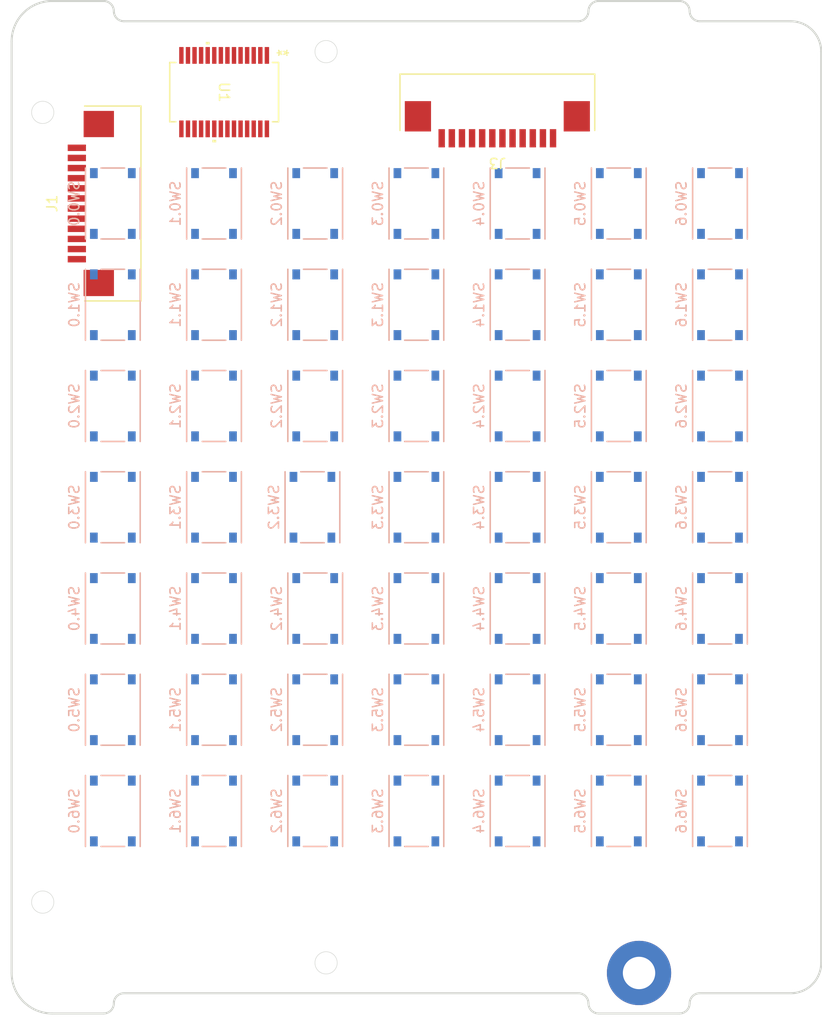
<source format=kicad_pcb>
(kicad_pcb (version 20241229) (generator "pcbnew") (generator_version "9.0")
  (layers (0 "F.Cu" signal) (2 "B.Cu" signal) (13 "F.Paste" user) (15 "B.Paste" user) (5 "F.SilkS" user "F.Silkscreen") (7 "B.SilkS" user "B.Silkscreen") (1 "F.Mask" user) (3 "B.Mask" user) (25 "Edge.Cuts" user))
  (net 0 "")
  (net 1 "/R0")
  (net 2 "/C0")
  (net 4 "/R1")
  (net 6 "/R2")
  (net 13 "/R3")
  (net 14 "/R4")
  (net 15 "/R5")
  (net 16 "/R6")
  (net 17 "/R7")
  (net 18 "/C1")
  (net 26 "/C2")
  (net 34 "+3.3V_MCU")
  (net 36 "GND_MCU")
  (net 37 "/SCK")
  (net 38 "/CS")
  (net 39 "/MOSI")
  (net 40 "/C3")
  (net 41 "/MISO")
  (net 50 "/C4")
  (net 58 "/C5")
  (net 66 "/C6")
  (net 74 "/C7")
  (net 124 "/INT")
  (net 126 "+5V_MCU")
  (net 129 "/CS_DISP")
  (net 130 "/CS0")
  (net 131 "/CS3")
  (net 132 "/CS2")
  (net 133 "/CS1")
  (footprint "MountingHole:MountingHole_3.2mm_M3" (layer "F.Cu") (at 172 54)
    (property "Reference" "H2" (hide yes))
    (property "Value" "MountingHole")
    (pad "" np_thru_hole circle (at 0 0) (size 3.2 3.2) (drill 3.2) (layers "*.Cu" "*.Mask"))
  )
  (footprint "kicad_inventree_lib:CONN10_AFA07-S12_JUS" (layer "F.Cu") (at 158 60 180)
    (property "Reference" "J3" (at 0 -6 180) (layer "F.SilkS"))
    (property "Value" "AFA07-S12FCC-00")
    (pad "1" smd rect (at -5.499992 -3.556 180) (size 0.635 1.8034) (layers "F.Cu" "F.Mask" "F.Paste") (net 36 "GND_MCU"))
    (pad "2" smd rect (at -4.499994 -3.556 180) (size 0.635 1.8034) (layers "F.Cu" "F.Mask" "F.Paste") (net 126 "+5V_MCU"))
    (pad "3" smd rect (at -3.499996 -3.556 180) (size 0.635 1.8034) (layers "F.Cu" "F.Mask" "F.Paste") (net 34 "+3.3V_MCU"))
    (pad "4" smd rect (at -2.499998 -3.556 180) (size 0.635 1.8034) (layers "F.Cu" "F.Mask" "F.Paste") (net 39 "/MOSI"))
    (pad "5" smd rect (at -1.5 -3.556 180) (size 0.635 1.8034) (layers "F.Cu" "F.Mask" "F.Paste") (net 41 "/MISO"))
    (pad "6" smd rect (at -0.5 -3.556 180) (size 0.635 1.8034) (layers "F.Cu" "F.Mask" "F.Paste") (net 37 "/SCK"))
    (pad "7" smd rect (at 0.5 -3.556 180) (size 0.635 1.8034) (layers "F.Cu" "F.Mask" "F.Paste") (net 129 "/CS_DISP"))
    (pad "8" smd rect (at 1.5 -3.556 180) (size 0.635 1.8034) (layers "F.Cu" "F.Mask" "F.Paste"))
    (pad "9" smd rect (at 2.499998 -3.556 180) (size 0.635 1.8034) (layers "F.Cu" "F.Mask" "F.Paste"))
    (pad "10" smd rect (at 3.499996 -3.556 180) (size 0.635 1.8034) (layers "F.Cu" "F.Mask" "F.Paste"))
    (pad "11" smd rect (at 4.499994 -3.556 180) (size 0.635 1.8034) (layers "F.Cu" "F.Mask" "F.Paste") (net 124 "/INT"))
    (pad "12" smd rect (at 5.499992 -3.556 180) (size 0.635 1.8034) (layers "F.Cu" "F.Mask" "F.Paste") (net 36 "GND_MCU"))
    (pad "13" smd rect (at -7.850003 -1.385999 180) (size 2.5908 2.9972) (layers "F.Cu" "F.Mask" "F.Paste") (net 36 "GND_MCU"))
    (pad "13" smd rect (at 7.850003 -1.385999 180) (size 2.5908 2.9972) (layers "F.Cu" "F.Mask" "F.Paste") (net 36 "GND_MCU"))
  )
  (footprint "kicad_inventree_lib:SSOP28_MC_MCH" (layer "F.Cu") (at 131 59 -90)
    (property "Reference" "U1" (at 0 0 270) (layer "F.SilkS"))
    (property "Value" "MCP23S17_SS")
    (fp_text user "*" (at -3.881801 -5.7998 270) (layer "F.SilkS"))
    (fp_text user "*" (at -3.881801 -5.7998 90) (layer "F.SilkS"))
    (pad "1" smd rect (at -3.627801 -4.225 270) (size 1.655601 0.4318) (layers "F.Cu" "F.Mask" "F.Paste") (net 2 "/C0"))
    (pad "2" smd rect (at -3.627801 -3.574999 270) (size 1.655601 0.4318) (layers "F.Cu" "F.Mask" "F.Paste") (net 18 "/C1"))
    (pad "3" smd rect (at -3.627801 -2.925 270) (size 1.655601 0.4318) (layers "F.Cu" "F.Mask" "F.Paste") (net 26 "/C2"))
    (pad "4" smd rect (at -3.627801 -2.274999 270) (size 1.655601 0.4318) (layers "F.Cu" "F.Mask" "F.Paste") (net 40 "/C3"))
    (pad "5" smd rect (at -3.627801 -1.625001 270) (size 1.655601 0.4318) (layers "F.Cu" "F.Mask" "F.Paste") (net 50 "/C4"))
    (pad "6" smd rect (at -3.627801 -0.974999 270) (size 1.655601 0.4318) (layers "F.Cu" "F.Mask" "F.Paste") (net 58 "/C5"))
    (pad "7" smd rect (at -3.627801 -0.325001 270) (size 1.655601 0.4318) (layers "F.Cu" "F.Mask" "F.Paste") (net 66 "/C6"))
    (pad "8" smd rect (at -3.627801 0.324998 270) (size 1.655601 0.4318) (layers "F.Cu" "F.Mask" "F.Paste") (net 74 "/C7"))
    (pad "9" smd rect (at -3.627801 0.974999 270) (size 1.655601 0.4318) (layers "F.Cu" "F.Mask" "F.Paste") (net 34 "+3.3V_MCU"))
    (pad "10" smd rect (at -3.627801 1.624998 270) (size 1.655601 0.4318) (layers "F.Cu" "F.Mask" "F.Paste") (net 36 "GND_MCU"))
    (pad "11" smd rect (at -3.627801 2.274999 270) (size 1.655601 0.4318) (layers "F.Cu" "F.Mask" "F.Paste") (net 38 "/CS"))
    (pad "12" smd rect (at -3.627801 2.924998 270) (size 1.655601 0.4318) (layers "F.Cu" "F.Mask" "F.Paste") (net 37 "/SCK"))
    (pad "13" smd rect (at -3.627801 3.574999 270) (size 1.655601 0.4318) (layers "F.Cu" "F.Mask" "F.Paste") (net 39 "/MOSI"))
    (pad "14" smd rect (at -3.627801 4.224998 270) (size 1.655601 0.4318) (layers "F.Cu" "F.Mask" "F.Paste") (net 41 "/MISO"))
    (pad "15" smd rect (at 3.627801 4.225 270) (size 1.655601 0.4318) (layers "F.Cu" "F.Mask" "F.Paste") (net 36 "GND_MCU"))
    (pad "16" smd rect (at 3.627801 3.574999 270) (size 1.655601 0.4318) (layers "F.Cu" "F.Mask" "F.Paste") (net 36 "GND_MCU"))
    (pad "17" smd rect (at 3.627801 2.925 270) (size 1.655601 0.4318) (layers "F.Cu" "F.Mask" "F.Paste") (net 36 "GND_MCU"))
    (pad "18" smd rect (at 3.627801 2.274999 270) (size 1.655601 0.4318) (layers "F.Cu" "F.Mask" "F.Paste") (net 34 "+3.3V_MCU"))
    (pad "19" smd rect (at 3.627801 1.625001 270) (size 1.655601 0.4318) (layers "F.Cu" "F.Mask" "F.Paste"))
    (pad "20" smd rect (at 3.627801 0.974999 270) (size 1.655601 0.4318) (layers "F.Cu" "F.Mask" "F.Paste"))
    (pad "21" smd rect (at 3.627801 0.325001 270) (size 1.655601 0.4318) (layers "F.Cu" "F.Mask" "F.Paste") (net 1 "/R0"))
    (pad "22" smd rect (at 3.627801 -0.325001 270) (size 1.655601 0.4318) (layers "F.Cu" "F.Mask" "F.Paste") (net 4 "/R1"))
    (pad "23" smd rect (at 3.627801 -0.974999 270) (size 1.655601 0.4318) (layers "F.Cu" "F.Mask" "F.Paste") (net 6 "/R2"))
    (pad "24" smd rect (at 3.627801 -1.625001 270) (size 1.655601 0.4318) (layers "F.Cu" "F.Mask" "F.Paste") (net 13 "/R3"))
    (pad "25" smd rect (at 3.627801 -2.274999 270) (size 1.655601 0.4318) (layers "F.Cu" "F.Mask" "F.Paste") (net 14 "/R4"))
    (pad "26" smd rect (at 3.627801 -2.925 270) (size 1.655601 0.4318) (layers "F.Cu" "F.Mask" "F.Paste") (net 15 "/R5"))
    (pad "27" smd rect (at 3.627801 -3.574999 270) (size 1.655601 0.4318) (layers "F.Cu" "F.Mask" "F.Paste") (net 16 "/R6"))
    (pad "28" smd rect (at 3.627801 -4.225 270) (size 1.655601 0.4318) (layers "F.Cu" "F.Mask" "F.Paste") (net 17 "/R7"))
  )
  (footprint "kicad_inventree_lib:PM-ESP32C3_v0.0.5" (layer "F.Cu") (at 110.073729 100)
    (property "Reference" "U2" (hide yes))
    (property "Value" "~" (hide yes))
    (fp_circle (center 3 -39) (end 4.1 -39) (stroke (width 0.05)) (fill no) (layer "Edge.Cuts"))
    (fp_circle (center 3 39) (end 4.1 39) (stroke (width 0.05)) (fill no) (layer "Edge.Cuts"))
    (fp_circle (center 31 -45) (end 32.1 -45) (stroke (width 0.05)) (fill no) (layer "Edge.Cuts"))
    (fp_circle (center 31 45) (end 32.1 45) (stroke (width 0.05)) (fill no) (layer "Edge.Cuts"))
  )
  (footprint "kicad_inventree_lib:CONN10_AFA07-S12_JUS" (layer "F.Cu") (at 120 70 90)
    (property "Reference" "J1" (at 0 -6 90) (layer "F.SilkS"))
    (property "Value" "AFA07-S12FCC-00")
    (pad "1" smd rect (at -5.499992 -3.556 90) (size 0.635 1.8034) (layers "F.Cu" "F.Mask" "F.Paste") (net 36 "GND_MCU"))
    (pad "2" smd rect (at -4.499994 -3.556 90) (size 0.635 1.8034) (layers "F.Cu" "F.Mask" "F.Paste") (net 36 "GND_MCU"))
    (pad "3" smd rect (at -3.499996 -3.556 90) (size 0.635 1.8034) (layers "F.Cu" "F.Mask" "F.Paste") (net 124 "/INT"))
    (pad "4" smd rect (at -2.499998 -3.556 90) (size 0.635 1.8034) (layers "F.Cu" "F.Mask" "F.Paste") (net 131 "/CS3"))
    (pad "5" smd rect (at -1.5 -3.556 90) (size 0.635 1.8034) (layers "F.Cu" "F.Mask" "F.Paste") (net 132 "/CS2"))
    (pad "6" smd rect (at -0.5 -3.556 90) (size 0.635 1.8034) (layers "F.Cu" "F.Mask" "F.Paste") (net 133 "/CS1"))
    (pad "7" smd rect (at 0.5 -3.556 90) (size 0.635 1.8034) (layers "F.Cu" "F.Mask" "F.Paste") (net 130 "/CS0"))
    (pad "8" smd rect (at 1.5 -3.556 90) (size 0.635 1.8034) (layers "F.Cu" "F.Mask" "F.Paste") (net 37 "/SCK"))
    (pad "9" smd rect (at 2.499998 -3.556 90) (size 0.635 1.8034) (layers "F.Cu" "F.Mask" "F.Paste") (net 41 "/MISO"))
    (pad "10" smd rect (at 3.499996 -3.556 90) (size 0.635 1.8034) (layers "F.Cu" "F.Mask" "F.Paste") (net 39 "/MOSI"))
    (pad "11" smd rect (at 4.499994 -3.556 90) (size 0.635 1.8034) (layers "F.Cu" "F.Mask" "F.Paste") (net 34 "+3.3V_MCU"))
    (pad "12" smd rect (at 5.499992 -3.556 90) (size 0.635 1.8034) (layers "F.Cu" "F.Mask" "F.Paste") (net 126 "+5V_MCU"))
    (pad "13" smd rect (at -7.850003 -1.385999 90) (size 2.5908 2.9972) (layers "F.Cu" "F.Mask" "F.Paste") (net 36 "GND_MCU"))
    (pad "13" smd rect (at 7.850003 -1.385999 90) (size 2.5908 2.9972) (layers "F.Cu" "F.Mask" "F.Paste") (net 36 "GND_MCU"))
  )
  (footprint "kicad_inventree_lib:PE" (layer "F.Cu") (at 172 146)
    (property "Reference" "PE1" (hide yes))
    (property "Value" "PE")
    (pad "1" thru_hole oval (at 0 0) (size 6.35 6.35) (drill 3.2) (layers "*.Cu" "*.Mask"))
  )
  (footprint "MountingHole:MountingHole_3.2mm_M3" (layer "F.Cu") (at 114 54)
    (property "Reference" "H1" (hide yes))
    (property "Value" "MountingHole")
    (pad "" np_thru_hole circle (at 0 0) (size 3.2 3.2) (drill 3.2) (layers "*.Cu" "*.Mask"))
  )
  (footprint "MountingHole:MountingHole_3.2mm_M3" (layer "F.Cu") (at 114 146)
    (property "Reference" "H3" (hide yes))
    (property "Value" "MountingHole")
    (pad "" np_thru_hole circle (at 0 0) (size 3.2 3.2) (drill 3.2) (layers "*.Cu" "*.Mask"))
  )
  (footprint "kicad_inventree_lib:TS-1187A-B-A-B_XKB" (layer "B.Cu") (at 150 110 -90)
    (property "Reference" "SW4.3" (at 0 3.81 90) (layer "B.SilkS") (effects (justify mirror)))
    (property "Value" "TS-1187A-B-A-B")
    (pad "1" smd rect (at -3.000002 1.875 270) (size 0.9906 0.762) (layers "B.Cu" "B.Mask" "B.Paste") (net 13 "/R3"))
    (pad "2" smd rect (at 3.000002 1.875 270) (size 0.9906 0.762) (layers "B.Cu" "B.Mask" "B.Paste"))
    (pad "3" smd rect (at -3.000002 -1.875 270) (size 0.9906 0.762) (layers "B.Cu" "B.Mask" "B.Paste"))
    (pad "4" smd rect (at 3.000002 -1.875 270) (size 0.9906 0.762) (layers "B.Cu" "B.Mask" "B.Paste") (net 50 "/C4"))
  )
  (footprint "kicad_inventree_lib:TS-1187A-B-A-B_XKB" (layer "B.Cu") (at 180 90 -90)
    (property "Reference" "SW2.6" (at 0 3.81 90) (layer "B.SilkS") (effects (justify mirror)))
    (property "Value" "TS-1187A-B-A-B")
    (pad "1" smd rect (at -3.000002 1.875 270) (size 0.9906 0.762) (layers "B.Cu" "B.Mask" "B.Paste") (net 16 "/R6"))
    (pad "2" smd rect (at 3.000002 1.875 270) (size 0.9906 0.762) (layers "B.Cu" "B.Mask" "B.Paste"))
    (pad "3" smd rect (at -3.000002 -1.875 270) (size 0.9906 0.762) (layers "B.Cu" "B.Mask" "B.Paste"))
    (pad "4" smd rect (at 3.000002 -1.875 270) (size 0.9906 0.762) (layers "B.Cu" "B.Mask" "B.Paste") (net 26 "/C2"))
  )
  (footprint "kicad_inventree_lib:TS-1187A-B-A-B_XKB" (layer "B.Cu") (at 140 90 -90)
    (property "Reference" "SW2.2" (at 0 3.81 90) (layer "B.SilkS") (effects (justify mirror)))
    (property "Value" "TS-1187A-B-A-B")
    (pad "1" smd rect (at -3.000002 1.875 270) (size 0.9906 0.762) (layers "B.Cu" "B.Mask" "B.Paste") (net 6 "/R2"))
    (pad "2" smd rect (at 3.000002 1.875 270) (size 0.9906 0.762) (layers "B.Cu" "B.Mask" "B.Paste"))
    (pad "3" smd rect (at -3.000002 -1.875 270) (size 0.9906 0.762) (layers "B.Cu" "B.Mask" "B.Paste"))
    (pad "4" smd rect (at 3.000002 -1.875 270) (size 0.9906 0.762) (layers "B.Cu" "B.Mask" "B.Paste") (net 26 "/C2"))
  )
  (footprint "kicad_inventree_lib:TS-1187A-B-A-B_XKB" (layer "B.Cu") (at 130 80 -90)
    (property "Reference" "SW1.1" (at 0 3.81 90) (layer "B.SilkS") (effects (justify mirror)))
    (property "Value" "TS-1187A-B-A-B")
    (pad "1" smd rect (at -3.000002 1.875 270) (size 0.9906 0.762) (layers "B.Cu" "B.Mask" "B.Paste") (net 4 "/R1"))
    (pad "2" smd rect (at 3.000002 1.875 270) (size 0.9906 0.762) (layers "B.Cu" "B.Mask" "B.Paste"))
    (pad "3" smd rect (at -3.000002 -1.875 270) (size 0.9906 0.762) (layers "B.Cu" "B.Mask" "B.Paste"))
    (pad "4" smd rect (at 3.000002 -1.875 270) (size 0.9906 0.762) (layers "B.Cu" "B.Mask" "B.Paste") (net 18 "/C1"))
  )
  (footprint "kicad_inventree_lib:TS-1187A-B-A-B_XKB" (layer "B.Cu") (at 180 100 -90)
    (property "Reference" "SW3.6" (at 0 3.81 90) (layer "B.SilkS") (effects (justify mirror)))
    (property "Value" "TS-1187A-B-A-B")
    (pad "1" smd rect (at -3.000002 1.875 270) (size 0.9906 0.762) (layers "B.Cu" "B.Mask" "B.Paste") (net 16 "/R6"))
    (pad "2" smd rect (at 3.000002 1.875 270) (size 0.9906 0.762) (layers "B.Cu" "B.Mask" "B.Paste"))
    (pad "3" smd rect (at -3.000002 -1.875 270) (size 0.9906 0.762) (layers "B.Cu" "B.Mask" "B.Paste"))
    (pad "4" smd rect (at 3.000002 -1.875 270) (size 0.9906 0.762) (layers "B.Cu" "B.Mask" "B.Paste") (net 40 "/C3"))
  )
  (footprint "kicad_inventree_lib:TS-1187A-B-A-B_XKB" (layer "B.Cu") (at 160 80 -90)
    (property "Reference" "SW1.4" (at 0 3.81 90) (layer "B.SilkS") (effects (justify mirror)))
    (property "Value" "TS-1187A-B-A-B")
    (pad "1" smd rect (at -3.000002 1.875 270) (size 0.9906 0.762) (layers "B.Cu" "B.Mask" "B.Paste") (net 14 "/R4"))
    (pad "2" smd rect (at 3.000002 1.875 270) (size 0.9906 0.762) (layers "B.Cu" "B.Mask" "B.Paste"))
    (pad "3" smd rect (at -3.000002 -1.875 270) (size 0.9906 0.762) (layers "B.Cu" "B.Mask" "B.Paste"))
    (pad "4" smd rect (at 3.000002 -1.875 270) (size 0.9906 0.762) (layers "B.Cu" "B.Mask" "B.Paste") (net 18 "/C1"))
  )
  (footprint "kicad_inventree_lib:TS-1187A-B-A-B_XKB" (layer "B.Cu") (at 160 100 -90)
    (property "Reference" "SW3.4" (at 0 3.81 90) (layer "B.SilkS") (effects (justify mirror)))
    (property "Value" "TS-1187A-B-A-B")
    (pad "1" smd rect (at -3.000002 1.875 270) (size 0.9906 0.762) (layers "B.Cu" "B.Mask" "B.Paste") (net 14 "/R4"))
    (pad "2" smd rect (at 3.000002 1.875 270) (size 0.9906 0.762) (layers "B.Cu" "B.Mask" "B.Paste"))
    (pad "3" smd rect (at -3.000002 -1.875 270) (size 0.9906 0.762) (layers "B.Cu" "B.Mask" "B.Paste"))
    (pad "4" smd rect (at 3.000002 -1.875 270) (size 0.9906 0.762) (layers "B.Cu" "B.Mask" "B.Paste") (net 40 "/C3"))
  )
  (footprint "kicad_inventree_lib:TS-1187A-B-A-B_XKB" (layer "B.Cu") (at 170 80 -90)
    (property "Reference" "SW1.5" (at 0 3.81 90) (layer "B.SilkS") (effects (justify mirror)))
    (property "Value" "TS-1187A-B-A-B")
    (pad "1" smd rect (at -3.000002 1.875 270) (size 0.9906 0.762) (layers "B.Cu" "B.Mask" "B.Paste") (net 15 "/R5"))
    (pad "2" smd rect (at 3.000002 1.875 270) (size 0.9906 0.762) (layers "B.Cu" "B.Mask" "B.Paste"))
    (pad "3" smd rect (at -3.000002 -1.875 270) (size 0.9906 0.762) (layers "B.Cu" "B.Mask" "B.Paste"))
    (pad "4" smd rect (at 3.000002 -1.875 270) (size 0.9906 0.762) (layers "B.Cu" "B.Mask" "B.Paste") (net 18 "/C1"))
  )
  (footprint "kicad_inventree_lib:TS-1187A-B-A-B_XKB" (layer "B.Cu") (at 170 130 -90)
    (property "Reference" "SW6.5" (at 0 3.81 90) (layer "B.SilkS") (effects (justify mirror)))
    (property "Value" "TS-1187A-B-A-B")
    (pad "1" smd rect (at -3.000002 1.875 270) (size 0.9906 0.762) (layers "B.Cu" "B.Mask" "B.Paste") (net 15 "/R5"))
    (pad "2" smd rect (at 3.000002 1.875 270) (size 0.9906 0.762) (layers "B.Cu" "B.Mask" "B.Paste"))
    (pad "3" smd rect (at -3.000002 -1.875 270) (size 0.9906 0.762) (layers "B.Cu" "B.Mask" "B.Paste"))
    (pad "4" smd rect (at 3.000002 -1.875 270) (size 0.9906 0.762) (layers "B.Cu" "B.Mask" "B.Paste") (net 66 "/C6"))
  )
  (footprint "kicad_inventree_lib:TS-1187A-B-A-B_XKB" (layer "B.Cu") (at 130 130 -90)
    (property "Reference" "SW6.1" (at 0 3.81 90) (layer "B.SilkS") (effects (justify mirror)))
    (property "Value" "TS-1187A-B-A-B")
    (pad "1" smd rect (at -3.000002 1.875 270) (size 0.9906 0.762) (layers "B.Cu" "B.Mask" "B.Paste") (net 4 "/R1"))
    (pad "2" smd rect (at 3.000002 1.875 270) (size 0.9906 0.762) (layers "B.Cu" "B.Mask" "B.Paste"))
    (pad "3" smd rect (at -3.000002 -1.875 270) (size 0.9906 0.762) (layers "B.Cu" "B.Mask" "B.Paste"))
    (pad "4" smd rect (at 3.000002 -1.875 270) (size 0.9906 0.762) (layers "B.Cu" "B.Mask" "B.Paste") (net 66 "/C6"))
  )
  (footprint "kicad_inventree_lib:TS-1187A-B-A-B_XKB" (layer "B.Cu") (at 140 80 -90)
    (property "Reference" "SW1.2" (at 0 3.81 90) (layer "B.SilkS") (effects (justify mirror)))
    (property "Value" "TS-1187A-B-A-B")
    (pad "1" smd rect (at -3.000002 1.875 270) (size 0.9906 0.762) (layers "B.Cu" "B.Mask" "B.Paste") (net 6 "/R2"))
    (pad "2" smd rect (at 3.000002 1.875 270) (size 0.9906 0.762) (layers "B.Cu" "B.Mask" "B.Paste"))
    (pad "3" smd rect (at -3.000002 -1.875 270) (size 0.9906 0.762) (layers "B.Cu" "B.Mask" "B.Paste"))
    (pad "4" smd rect (at 3.000002 -1.875 270) (size 0.9906 0.762) (layers "B.Cu" "B.Mask" "B.Paste") (net 18 "/C1"))
  )
  (footprint "kicad_inventree_lib:TS-1187A-B-A-B_XKB" (layer "B.Cu") (at 170 90 -90)
    (property "Reference" "SW2.5" (at 0 3.81 90) (layer "B.SilkS") (effects (justify mirror)))
    (property "Value" "TS-1187A-B-A-B")
    (pad "1" smd rect (at -3.000002 1.875 270) (size 0.9906 0.762) (layers "B.Cu" "B.Mask" "B.Paste") (net 15 "/R5"))
    (pad "2" smd rect (at 3.000002 1.875 270) (size 0.9906 0.762) (layers "B.Cu" "B.Mask" "B.Paste"))
    (pad "3" smd rect (at -3.000002 -1.875 270) (size 0.9906 0.762) (layers "B.Cu" "B.Mask" "B.Paste"))
    (pad "4" smd rect (at 3.000002 -1.875 270) (size 0.9906 0.762) (layers "B.Cu" "B.Mask" "B.Paste") (net 26 "/C2"))
  )
  (footprint "kicad_inventree_lib:TS-1187A-B-A-B_XKB" (layer "B.Cu") (at 120 70 -90)
    (property "Reference" "SW0.0" (at 0 3.81 90) (layer "B.SilkS") (effects (justify mirror)))
    (property "Value" "TS-1187A-B-A-B")
    (pad "1" smd rect (at -3.000002 1.875 270) (size 0.9906 0.762) (layers "B.Cu" "B.Mask" "B.Paste") (net 1 "/R0"))
    (pad "2" smd rect (at 3.000002 1.875 270) (size 0.9906 0.762) (layers "B.Cu" "B.Mask" "B.Paste"))
    (pad "3" smd rect (at -3.000002 -1.875 270) (size 0.9906 0.762) (layers "B.Cu" "B.Mask" "B.Paste"))
    (pad "4" smd rect (at 3.000002 -1.875 270) (size 0.9906 0.762) (layers "B.Cu" "B.Mask" "B.Paste") (net 2 "/C0"))
  )
  (footprint "kicad_inventree_lib:TS-1187A-B-A-B_XKB" (layer "B.Cu") (at 140 70 -90)
    (property "Reference" "SW0.2" (at 0 3.81 90) (layer "B.SilkS") (effects (justify mirror)))
    (property "Value" "TS-1187A-B-A-B")
    (pad "1" smd rect (at -3.000002 1.875 270) (size 0.9906 0.762) (layers "B.Cu" "B.Mask" "B.Paste") (net 6 "/R2"))
    (pad "2" smd rect (at 3.000002 1.875 270) (size 0.9906 0.762) (layers "B.Cu" "B.Mask" "B.Paste"))
    (pad "3" smd rect (at -3.000002 -1.875 270) (size 0.9906 0.762) (layers "B.Cu" "B.Mask" "B.Paste"))
    (pad "4" smd rect (at 3.000002 -1.875 270) (size 0.9906 0.762) (layers "B.Cu" "B.Mask" "B.Paste") (net 2 "/C0"))
  )
  (footprint "kicad_inventree_lib:TS-1187A-B-A-B_XKB" (layer "B.Cu") (at 140 130 -90)
    (property "Reference" "SW6.2" (at 0 3.81 90) (layer "B.SilkS") (effects (justify mirror)))
    (property "Value" "TS-1187A-B-A-B")
    (pad "1" smd rect (at -3.000002 1.875 270) (size 0.9906 0.762) (layers "B.Cu" "B.Mask" "B.Paste") (net 6 "/R2"))
    (pad "2" smd rect (at 3.000002 1.875 270) (size 0.9906 0.762) (layers "B.Cu" "B.Mask" "B.Paste"))
    (pad "3" smd rect (at -3.000002 -1.875 270) (size 0.9906 0.762) (layers "B.Cu" "B.Mask" "B.Paste"))
    (pad "4" smd rect (at 3.000002 -1.875 270) (size 0.9906 0.762) (layers "B.Cu" "B.Mask" "B.Paste") (net 66 "/C6"))
  )
  (footprint "kicad_inventree_lib:TS-1187A-B-A-B_XKB" (layer "B.Cu") (at 170 100 -90)
    (property "Reference" "SW3.5" (at 0 3.81 90) (layer "B.SilkS") (effects (justify mirror)))
    (property "Value" "TS-1187A-B-A-B")
    (pad "1" smd rect (at -3.000002 1.875 270) (size 0.9906 0.762) (layers "B.Cu" "B.Mask" "B.Paste") (net 15 "/R5"))
    (pad "2" smd rect (at 3.000002 1.875 270) (size 0.9906 0.762) (layers "B.Cu" "B.Mask" "B.Paste"))
    (pad "3" smd rect (at -3.000002 -1.875 270) (size 0.9906 0.762) (layers "B.Cu" "B.Mask" "B.Paste"))
    (pad "4" smd rect (at 3.000002 -1.875 270) (size 0.9906 0.762) (layers "B.Cu" "B.Mask" "B.Paste") (net 40 "/C3"))
  )
  (footprint "kicad_inventree_lib:TS-1187A-B-A-B_XKB" (layer "B.Cu") (at 160 130 -90)
    (property "Reference" "SW6.4" (at 0 3.81 90) (layer "B.SilkS") (effects (justify mirror)))
    (property "Value" "TS-1187A-B-A-B")
    (pad "1" smd rect (at -3.000002 1.875 270) (size 0.9906 0.762) (layers "B.Cu" "B.Mask" "B.Paste") (net 14 "/R4"))
    (pad "2" smd rect (at 3.000002 1.875 270) (size 0.9906 0.762) (layers "B.Cu" "B.Mask" "B.Paste"))
    (pad "3" smd rect (at -3.000002 -1.875 270) (size 0.9906 0.762) (layers "B.Cu" "B.Mask" "B.Paste"))
    (pad "4" smd rect (at 3.000002 -1.875 270) (size 0.9906 0.762) (layers "B.Cu" "B.Mask" "B.Paste") (net 66 "/C6"))
  )
  (footprint "kicad_inventree_lib:TS-1187A-B-A-B_XKB" (layer "B.Cu") (at 160 120 -90)
    (property "Reference" "SW5.4" (at 0 3.81 90) (layer "B.SilkS") (effects (justify mirror)))
    (property "Value" "TS-1187A-B-A-B")
    (pad "1" smd rect (at -3.000002 1.875 270) (size 0.9906 0.762) (layers "B.Cu" "B.Mask" "B.Paste") (net 14 "/R4"))
    (pad "2" smd rect (at 3.000002 1.875 270) (size 0.9906 0.762) (layers "B.Cu" "B.Mask" "B.Paste"))
    (pad "3" smd rect (at -3.000002 -1.875 270) (size 0.9906 0.762) (layers "B.Cu" "B.Mask" "B.Paste"))
    (pad "4" smd rect (at 3.000002 -1.875 270) (size 0.9906 0.762) (layers "B.Cu" "B.Mask" "B.Paste") (net 58 "/C5"))
  )
  (footprint "kicad_inventree_lib:TS-1187A-B-A-B_XKB" (layer "B.Cu") (at 120 110 -90)
    (property "Reference" "SW4.0" (at 0 3.81 90) (layer "B.SilkS") (effects (justify mirror)))
    (property "Value" "TS-1187A-B-A-B")
    (pad "1" smd rect (at -3.000002 1.875 270) (size 0.9906 0.762) (layers "B.Cu" "B.Mask" "B.Paste") (net 1 "/R0"))
    (pad "2" smd rect (at 3.000002 1.875 270) (size 0.9906 0.762) (layers "B.Cu" "B.Mask" "B.Paste"))
    (pad "3" smd rect (at -3.000002 -1.875 270) (size 0.9906 0.762) (layers "B.Cu" "B.Mask" "B.Paste"))
    (pad "4" smd rect (at 3.000002 -1.875 270) (size 0.9906 0.762) (layers "B.Cu" "B.Mask" "B.Paste") (net 50 "/C4"))
  )
  (footprint "kicad_inventree_lib:TS-1187A-B-A-B_XKB" (layer "B.Cu") (at 170 120 -90)
    (property "Reference" "SW5.5" (at 0 3.81 90) (layer "B.SilkS") (effects (justify mirror)))
    (property "Value" "TS-1187A-B-A-B")
    (pad "1" smd rect (at -3.000002 1.875 270) (size 0.9906 0.762) (layers "B.Cu" "B.Mask" "B.Paste") (net 15 "/R5"))
    (pad "2" smd rect (at 3.000002 1.875 270) (size 0.9906 0.762) (layers "B.Cu" "B.Mask" "B.Paste"))
    (pad "3" smd rect (at -3.000002 -1.875 270) (size 0.9906 0.762) (layers "B.Cu" "B.Mask" "B.Paste"))
    (pad "4" smd rect (at 3.000002 -1.875 270) (size 0.9906 0.762) (layers "B.Cu" "B.Mask" "B.Paste") (net 58 "/C5"))
  )
  (footprint "kicad_inventree_lib:TS-1187A-B-A-B_XKB" (layer "B.Cu") (at 160 110 -90)
    (property "Reference" "SW4.4" (at 0 3.81 90) (layer "B.SilkS") (effects (justify mirror)))
    (property "Value" "TS-1187A-B-A-B")
    (pad "1" smd rect (at -3.000002 1.875 270) (size 0.9906 0.762) (layers "B.Cu" "B.Mask" "B.Paste") (net 14 "/R4"))
    (pad "2" smd rect (at 3.000002 1.875 270) (size 0.9906 0.762) (layers "B.Cu" "B.Mask" "B.Paste"))
    (pad "3" smd rect (at -3.000002 -1.875 270) (size 0.9906 0.762) (layers "B.Cu" "B.Mask" "B.Paste"))
    (pad "4" smd rect (at 3.000002 -1.875 270) (size 0.9906 0.762) (layers "B.Cu" "B.Mask" "B.Paste") (net 50 "/C4"))
  )
  (footprint "kicad_inventree_lib:TS-1187A-B-A-B_XKB" (layer "B.Cu") (at 160 70 -90)
    (property "Reference" "SW0.4" (at 0 3.81 90) (layer "B.SilkS") (effects (justify mirror)))
    (property "Value" "TS-1187A-B-A-B")
    (pad "1" smd rect (at -3.000002 1.875 270) (size 0.9906 0.762) (layers "B.Cu" "B.Mask" "B.Paste") (net 14 "/R4"))
    (pad "2" smd rect (at 3.000002 1.875 270) (size 0.9906 0.762) (layers "B.Cu" "B.Mask" "B.Paste"))
    (pad "3" smd rect (at -3.000002 -1.875 270) (size 0.9906 0.762) (layers "B.Cu" "B.Mask" "B.Paste"))
    (pad "4" smd rect (at 3.000002 -1.875 270) (size 0.9906 0.762) (layers "B.Cu" "B.Mask" "B.Paste") (net 2 "/C0"))
  )
  (footprint "kicad_inventree_lib:TS-1187A-B-A-B_XKB" (layer "B.Cu") (at 120 120 -90)
    (property "Reference" "SW5.0" (at 0 3.81 90) (layer "B.SilkS") (effects (justify mirror)))
    (property "Value" "TS-1187A-B-A-B")
    (pad "1" smd rect (at -3.000002 1.875 270) (size 0.9906 0.762) (layers "B.Cu" "B.Mask" "B.Paste") (net 1 "/R0"))
    (pad "2" smd rect (at 3.000002 1.875 270) (size 0.9906 0.762) (layers "B.Cu" "B.Mask" "B.Paste"))
    (pad "3" smd rect (at -3.000002 -1.875 270) (size 0.9906 0.762) (layers "B.Cu" "B.Mask" "B.Paste"))
    (pad "4" smd rect (at 3.000002 -1.875 270) (size 0.9906 0.762) (layers "B.Cu" "B.Mask" "B.Paste") (net 58 "/C5"))
  )
  (footprint "kicad_inventree_lib:TS-1187A-B-A-B_XKB" (layer "B.Cu") (at 130 100 -90)
    (property "Reference" "SW3.1" (at 0 3.81 90) (layer "B.SilkS") (effects (justify mirror)))
    (property "Value" "TS-1187A-B-A-B")
    (pad "1" smd rect (at -3.000002 1.875 270) (size 0.9906 0.762) (layers "B.Cu" "B.Mask" "B.Paste") (net 4 "/R1"))
    (pad "2" smd rect (at 3.000002 1.875 270) (size 0.9906 0.762) (layers "B.Cu" "B.Mask" "B.Paste"))
    (pad "3" smd rect (at -3.000002 -1.875 270) (size 0.9906 0.762) (layers "B.Cu" "B.Mask" "B.Paste"))
    (pad "4" smd rect (at 3.000002 -1.875 270) (size 0.9906 0.762) (layers "B.Cu" "B.Mask" "B.Paste") (net 40 "/C3"))
  )
  (footprint "kicad_inventree_lib:TS-1187A-B-A-B_XKB" (layer "B.Cu") (at 130 70 -90)
    (property "Reference" "SW0.1" (at 0 3.81 90) (layer "B.SilkS") (effects (justify mirror)))
    (property "Value" "TS-1187A-B-A-B")
    (pad "1" smd rect (at -3.000002 1.875 270) (size 0.9906 0.762) (layers "B.Cu" "B.Mask" "B.Paste") (net 4 "/R1"))
    (pad "2" smd rect (at 3.000002 1.875 270) (size 0.9906 0.762) (layers "B.Cu" "B.Mask" "B.Paste"))
    (pad "3" smd rect (at -3.000002 -1.875 270) (size 0.9906 0.762) (layers "B.Cu" "B.Mask" "B.Paste"))
    (pad "4" smd rect (at 3.000002 -1.875 270) (size 0.9906 0.762) (layers "B.Cu" "B.Mask" "B.Paste") (net 2 "/C0"))
  )
  (footprint "kicad_inventree_lib:TS-1187A-B-A-B_XKB" (layer "B.Cu") (at 180 80 -90)
    (property "Reference" "SW1.6" (at 0 3.81 90) (layer "B.SilkS") (effects (justify mirror)))
    (property "Value" "TS-1187A-B-A-B")
    (pad "1" smd rect (at -3.000002 1.875 270) (size 0.9906 0.762) (layers "B.Cu" "B.Mask" "B.Paste") (net 16 "/R6"))
    (pad "2" smd rect (at 3.000002 1.875 270) (size 0.9906 0.762) (layers "B.Cu" "B.Mask" "B.Paste"))
    (pad "3" smd rect (at -3.000002 -1.875 270) (size 0.9906 0.762) (layers "B.Cu" "B.Mask" "B.Paste"))
    (pad "4" smd rect (at 3.000002 -1.875 270) (size 0.9906 0.762) (layers "B.Cu" "B.Mask" "B.Paste") (net 18 "/C1"))
  )
  (footprint "kicad_inventree_lib:TS-1187A-B-A-B_XKB" (layer "B.Cu") (at 150 70 -90)
    (property "Reference" "SW0.3" (at 0 3.81 90) (layer "B.SilkS") (effects (justify mirror)))
    (property "Value" "TS-1187A-B-A-B")
    (pad "1" smd rect (at -3.000002 1.875 270) (size 0.9906 0.762) (layers "B.Cu" "B.Mask" "B.Paste") (net 13 "/R3"))
    (pad "2" smd rect (at 3.000002 1.875 270) (size 0.9906 0.762) (layers "B.Cu" "B.Mask" "B.Paste"))
    (pad "3" smd rect (at -3.000002 -1.875 270) (size 0.9906 0.762) (layers "B.Cu" "B.Mask" "B.Paste"))
    (pad "4" smd rect (at 3.000002 -1.875 270) (size 0.9906 0.762) (layers "B.Cu" "B.Mask" "B.Paste") (net 2 "/C0"))
  )
  (footprint "kicad_inventree_lib:TS-1187A-B-A-B_XKB" (layer "B.Cu") (at 130 110 -90)
    (property "Reference" "SW4.1" (at 0 3.81 90) (layer "B.SilkS") (effects (justify mirror)))
    (property "Value" "TS-1187A-B-A-B")
    (pad "1" smd rect (at -3.000002 1.875 270) (size 0.9906 0.762) (layers "B.Cu" "B.Mask" "B.Paste") (net 4 "/R1"))
    (pad "2" smd rect (at 3.000002 1.875 270) (size 0.9906 0.762) (layers "B.Cu" "B.Mask" "B.Paste"))
    (pad "3" smd rect (at -3.000002 -1.875 270) (size 0.9906 0.762) (layers "B.Cu" "B.Mask" "B.Paste"))
    (pad "4" smd rect (at 3.000002 -1.875 270) (size 0.9906 0.762) (layers "B.Cu" "B.Mask" "B.Paste") (net 50 "/C4"))
  )
  (footprint "kicad_inventree_lib:TS-1187A-B-A-B_XKB" (layer "B.Cu") (at 120 80 -90)
    (property "Reference" "SW1.0" (at 0 3.81 90) (layer "B.SilkS") (effects (justify mirror)))
    (property "Value" "TS-1187A-B-A-B")
    (pad "1" smd rect (at -3.000002 1.875 270) (size 0.9906 0.762) (layers "B.Cu" "B.Mask" "B.Paste") (net 1 "/R0"))
    (pad "2" smd rect (at 3.000002 1.875 270) (size 0.9906 0.762) (layers "B.Cu" "B.Mask" "B.Paste"))
    (pad "3" smd rect (at -3.000002 -1.875 270) (size 0.9906 0.762) (layers "B.Cu" "B.Mask" "B.Paste"))
    (pad "4" smd rect (at 3.000002 -1.875 270) (size 0.9906 0.762) (layers "B.Cu" "B.Mask" "B.Paste") (net 18 "/C1"))
  )
  (footprint "kicad_inventree_lib:TS-1187A-B-A-B_XKB" (layer "B.Cu") (at 139.7254 100 -90)
    (property "Reference" "SW3.2" (at 0 3.81 90) (layer "B.SilkS") (effects (justify mirror)))
    (property "Value" "TS-1187A-B-A-B")
    (pad "1" smd rect (at -3.000002 1.875 270) (size 0.9906 0.762) (layers "B.Cu" "B.Mask" "B.Paste") (net 6 "/R2"))
    (pad "2" smd rect (at 3.000002 1.875 270) (size 0.9906 0.762) (layers "B.Cu" "B.Mask" "B.Paste"))
    (pad "3" smd rect (at -3.000002 -1.875 270) (size 0.9906 0.762) (layers "B.Cu" "B.Mask" "B.Paste"))
    (pad "4" smd rect (at 3.000002 -1.875 270) (size 0.9906 0.762) (layers "B.Cu" "B.Mask" "B.Paste") (net 40 "/C3"))
  )
  (footprint "kicad_inventree_lib:TS-1187A-B-A-B_XKB" (layer "B.Cu") (at 180 130 -90)
    (property "Reference" "SW6.6" (at 0 3.81 90) (layer "B.SilkS") (effects (justify mirror)))
    (property "Value" "TS-1187A-B-A-B")
    (pad "1" smd rect (at -3.000002 1.875 270) (size 0.9906 0.762) (layers "B.Cu" "B.Mask" "B.Paste") (net 16 "/R6"))
    (pad "2" smd rect (at 3.000002 1.875 270) (size 0.9906 0.762) (layers "B.Cu" "B.Mask" "B.Paste"))
    (pad "3" smd rect (at -3.000002 -1.875 270) (size 0.9906 0.762) (layers "B.Cu" "B.Mask" "B.Paste"))
    (pad "4" smd rect (at 3.000002 -1.875 270) (size 0.9906 0.762) (layers "B.Cu" "B.Mask" "B.Paste") (net 66 "/C6"))
  )
  (footprint "kicad_inventree_lib:TS-1187A-B-A-B_XKB" (layer "B.Cu") (at 150 90 -90)
    (property "Reference" "SW2.3" (at 0 3.81 90) (layer "B.SilkS") (effects (justify mirror)))
    (property "Value" "TS-1187A-B-A-B")
    (pad "1" smd rect (at -3.000002 1.875 270) (size 0.9906 0.762) (layers "B.Cu" "B.Mask" "B.Paste") (net 13 "/R3"))
    (pad "2" smd rect (at 3.000002 1.875 270) (size 0.9906 0.762) (layers "B.Cu" "B.Mask" "B.Paste"))
    (pad "3" smd rect (at -3.000002 -1.875 270) (size 0.9906 0.762) (layers "B.Cu" "B.Mask" "B.Paste"))
    (pad "4" smd rect (at 3.000002 -1.875 270) (size 0.9906 0.762) (layers "B.Cu" "B.Mask" "B.Paste") (net 26 "/C2"))
  )
  (footprint "kicad_inventree_lib:TS-1187A-B-A-B_XKB" (layer "B.Cu") (at 130 120 -90)
    (property "Reference" "SW5.1" (at 0 3.81 90) (layer "B.SilkS") (effects (justify mirror)))
    (property "Value" "TS-1187A-B-A-B")
    (pad "1" smd rect (at -3.000002 1.875 270) (size 0.9906 0.762) (layers "B.Cu" "B.Mask" "B.Paste") (net 4 "/R1"))
    (pad "2" smd rect (at 3.000002 1.875 270) (size 0.9906 0.762) (layers "B.Cu" "B.Mask" "B.Paste"))
    (pad "3" smd rect (at -3.000002 -1.875 270) (size 0.9906 0.762) (layers "B.Cu" "B.Mask" "B.Paste"))
    (pad "4" smd rect (at 3.000002 -1.875 270) (size 0.9906 0.762) (layers "B.Cu" "B.Mask" "B.Paste") (net 58 "/C5"))
  )
  (footprint "kicad_inventree_lib:TS-1187A-B-A-B_XKB" (layer "B.Cu") (at 120 90 -90)
    (property "Reference" "SW2.0" (at 0 3.81 90) (layer "B.SilkS") (effects (justify mirror)))
    (property "Value" "TS-1187A-B-A-B")
    (pad "1" smd rect (at -3.000002 1.875 270) (size 0.9906 0.762) (layers "B.Cu" "B.Mask" "B.Paste") (net 1 "/R0"))
    (pad "2" smd rect (at 3.000002 1.875 270) (size 0.9906 0.762) (layers "B.Cu" "B.Mask" "B.Paste"))
    (pad "3" smd rect (at -3.000002 -1.875 270) (size 0.9906 0.762) (layers "B.Cu" "B.Mask" "B.Paste"))
    (pad "4" smd rect (at 3.000002 -1.875 270) (size 0.9906 0.762) (layers "B.Cu" "B.Mask" "B.Paste") (net 26 "/C2"))
  )
  (footprint "kicad_inventree_lib:TS-1187A-B-A-B_XKB" (layer "B.Cu") (at 150 100 -90)
    (property "Reference" "SW3.3" (at 0 3.81 90) (layer "B.SilkS") (effects (justify mirror)))
    (property "Value" "TS-1187A-B-A-B")
    (pad "1" smd rect (at -3.000002 1.875 270) (size 0.9906 0.762) (layers "B.Cu" "B.Mask" "B.Paste") (net 13 "/R3"))
    (pad "2" smd rect (at 3.000002 1.875 270) (size 0.9906 0.762) (layers "B.Cu" "B.Mask" "B.Paste"))
    (pad "3" smd rect (at -3.000002 -1.875 270) (size 0.9906 0.762) (layers "B.Cu" "B.Mask" "B.Paste"))
    (pad "4" smd rect (at 3.000002 -1.875 270) (size 0.9906 0.762) (layers "B.Cu" "B.Mask" "B.Paste") (net 40 "/C3"))
  )
  (footprint "kicad_inventree_lib:TS-1187A-B-A-B_XKB" (layer "B.Cu") (at 140 110 -90)
    (property "Reference" "SW4.2" (at 0 3.81 90) (layer "B.SilkS") (effects (justify mirror)))
    (property "Value" "TS-1187A-B-A-B")
    (pad "1" smd rect (at -3.000002 1.875 270) (size 0.9906 0.762) (layers "B.Cu" "B.Mask" "B.Paste") (net 6 "/R2"))
    (pad "2" smd rect (at 3.000002 1.875 270) (size 0.9906 0.762) (layers "B.Cu" "B.Mask" "B.Paste"))
    (pad "3" smd rect (at -3.000002 -1.875 270) (size 0.9906 0.762) (layers "B.Cu" "B.Mask" "B.Paste"))
    (pad "4" smd rect (at 3.000002 -1.875 270) (size 0.9906 0.762) (layers "B.Cu" "B.Mask" "B.Paste") (net 50 "/C4"))
  )
  (footprint "kicad_inventree_lib:TS-1187A-B-A-B_XKB" (layer "B.Cu") (at 160 90 -90)
    (property "Reference" "SW2.4" (at 0 3.81 90) (layer "B.SilkS") (effects (justify mirror)))
    (property "Value" "TS-1187A-B-A-B")
    (pad "1" smd rect (at -3.000002 1.875 270) (size 0.9906 0.762) (layers "B.Cu" "B.Mask" "B.Paste") (net 14 "/R4"))
    (pad "2" smd rect (at 3.000002 1.875 270) (size 0.9906 0.762) (layers "B.Cu" "B.Mask" "B.Paste"))
    (pad "3" smd rect (at -3.000002 -1.875 270) (size 0.9906 0.762) (layers "B.Cu" "B.Mask" "B.Paste"))
    (pad "4" smd rect (at 3.000002 -1.875 270) (size 0.9906 0.762) (layers "B.Cu" "B.Mask" "B.Paste") (net 26 "/C2"))
  )
  (footprint "kicad_inventree_lib:TS-1187A-B-A-B_XKB" (layer "B.Cu") (at 130 90 -90)
    (property "Reference" "SW2.1" (at 0 3.81 90) (layer "B.SilkS") (effects (justify mirror)))
    (property "Value" "TS-1187A-B-A-B")
    (pad "1" smd rect (at -3.000002 1.875 270) (size 0.9906 0.762) (layers "B.Cu" "B.Mask" "B.Paste") (net 4 "/R1"))
    (pad "2" smd rect (at 3.000002 1.875 270) (size 0.9906 0.762) (layers "B.Cu" "B.Mask" "B.Paste"))
    (pad "3" smd rect (at -3.000002 -1.875 270) (size 0.9906 0.762) (layers "B.Cu" "B.Mask" "B.Paste"))
    (pad "4" smd rect (at 3.000002 -1.875 270) (size 0.9906 0.762) (layers "B.Cu" "B.Mask" "B.Paste") (net 26 "/C2"))
  )
  (footprint "kicad_inventree_lib:TS-1187A-B-A-B_XKB" (layer "B.Cu") (at 180 110 -90)
    (property "Reference" "SW4.6" (at 0 3.81 90) (layer "B.SilkS") (effects (justify mirror)))
    (property "Value" "TS-1187A-B-A-B")
    (pad "1" smd rect (at -3.000002 1.875 270) (size 0.9906 0.762) (layers "B.Cu" "B.Mask" "B.Paste") (net 16 "/R6"))
    (pad "2" smd rect (at 3.000002 1.875 270) (size 0.9906 0.762) (layers "B.Cu" "B.Mask" "B.Paste"))
    (pad "3" smd rect (at -3.000002 -1.875 270) (size 0.9906 0.762) (layers "B.Cu" "B.Mask" "B.Paste"))
    (pad "4" smd rect (at 3.000002 -1.875 270) (size 0.9906 0.762) (layers "B.Cu" "B.Mask" "B.Paste") (net 50 "/C4"))
  )
  (footprint "kicad_inventree_lib:TS-1187A-B-A-B_XKB" (layer "B.Cu") (at 170 70 -90)
    (property "Reference" "SW0.5" (at 0 3.81 90) (layer "B.SilkS") (effects (justify mirror)))
    (property "Value" "TS-1187A-B-A-B")
    (pad "1" smd rect (at -3.000002 1.875 270) (size 0.9906 0.762) (layers "B.Cu" "B.Mask" "B.Paste") (net 15 "/R5"))
    (pad "2" smd rect (at 3.000002 1.875 270) (size 0.9906 0.762) (layers "B.Cu" "B.Mask" "B.Paste"))
    (pad "3" smd rect (at -3.000002 -1.875 270) (size 0.9906 0.762) (layers "B.Cu" "B.Mask" "B.Paste"))
    (pad "4" smd rect (at 3.000002 -1.875 270) (size 0.9906 0.762) (layers "B.Cu" "B.Mask" "B.Paste") (net 2 "/C0"))
  )
  (footprint "kicad_inventree_lib:TS-1187A-B-A-B_XKB" (layer "B.Cu") (at 170 110 -90)
    (property "Reference" "SW4.5" (at 0 3.81 90) (layer "B.SilkS") (effects (justify mirror)))
    (property "Value" "TS-1187A-B-A-B")
    (pad "1" smd rect (at -3.000002 1.875 270) (size 0.9906 0.762) (layers "B.Cu" "B.Mask" "B.Paste") (net 15 "/R5"))
    (pad "2" smd rect (at 3.000002 1.875 270) (size 0.9906 0.762) (layers "B.Cu" "B.Mask" "B.Paste"))
    (pad "3" smd rect (at -3.000002 -1.875 270) (size 0.9906 0.762) (layers "B.Cu" "B.Mask" "B.Paste"))
    (pad "4" smd rect (at 3.000002 -1.875 270) (size 0.9906 0.762) (layers "B.Cu" "B.Mask" "B.Paste") (net 50 "/C4"))
  )
  (footprint "kicad_inventree_lib:TS-1187A-B-A-B_XKB" (layer "B.Cu") (at 120 130 -90)
    (property "Reference" "SW6.0" (at 0 3.81 90) (layer "B.SilkS") (effects (justify mirror)))
    (property "Value" "TS-1187A-B-A-B")
    (pad "1" smd rect (at -3.000002 1.875 270) (size 0.9906 0.762) (layers "B.Cu" "B.Mask" "B.Paste") (net 1 "/R0"))
    (pad "2" smd rect (at 3.000002 1.875 270) (size 0.9906 0.762) (layers "B.Cu" "B.Mask" "B.Paste"))
    (pad "3" smd rect (at -3.000002 -1.875 270) (size 0.9906 0.762) (layers "B.Cu" "B.Mask" "B.Paste"))
    (pad "4" smd rect (at 3.000002 -1.875 270) (size 0.9906 0.762) (layers "B.Cu" "B.Mask" "B.Paste") (net 66 "/C6"))
  )
  (footprint "kicad_inventree_lib:TS-1187A-B-A-B_XKB" (layer "B.Cu") (at 150 120 -90)
    (property "Reference" "SW5.3" (at 0 3.81 90) (layer "B.SilkS") (effects (justify mirror)))
    (property "Value" "TS-1187A-B-A-B")
    (pad "1" smd rect (at -3.000002 1.875 270) (size 0.9906 0.762) (layers "B.Cu" "B.Mask" "B.Paste") (net 13 "/R3"))
    (pad "2" smd rect (at 3.000002 1.875 270) (size 0.9906 0.762) (layers "B.Cu" "B.Mask" "B.Paste"))
    (pad "3" smd rect (at -3.000002 -1.875 270) (size 0.9906 0.762) (layers "B.Cu" "B.Mask" "B.Paste"))
    (pad "4" smd rect (at 3.000002 -1.875 270) (size 0.9906 0.762) (layers "B.Cu" "B.Mask" "B.Paste") (net 58 "/C5"))
  )
  (footprint "kicad_inventree_lib:TS-1187A-B-A-B_XKB" (layer "B.Cu") (at 150 80 -90)
    (property "Reference" "SW1.3" (at 0 3.81 90) (layer "B.SilkS") (effects (justify mirror)))
    (property "Value" "TS-1187A-B-A-B")
    (pad "1" smd rect (at -3.000002 1.875 270) (size 0.9906 0.762) (layers "B.Cu" "B.Mask" "B.Paste") (net 13 "/R3"))
    (pad "2" smd rect (at 3.000002 1.875 270) (size 0.9906 0.762) (layers "B.Cu" "B.Mask" "B.Paste"))
    (pad "3" smd rect (at -3.000002 -1.875 270) (size 0.9906 0.762) (layers "B.Cu" "B.Mask" "B.Paste"))
    (pad "4" smd rect (at 3.000002 -1.875 270) (size 0.9906 0.762) (layers "B.Cu" "B.Mask" "B.Paste") (net 18 "/C1"))
  )
  (footprint "kicad_inventree_lib:TS-1187A-B-A-B_XKB" (layer "B.Cu") (at 180 70 -90)
    (property "Reference" "SW0.6" (at 0 3.81 90) (layer "B.SilkS") (effects (justify mirror)))
    (property "Value" "TS-1187A-B-A-B")
    (pad "1" smd rect (at -3.000002 1.875 270) (size 0.9906 0.762) (layers "B.Cu" "B.Mask" "B.Paste") (net 16 "/R6"))
    (pad "2" smd rect (at 3.000002 1.875 270) (size 0.9906 0.762) (layers "B.Cu" "B.Mask" "B.Paste"))
    (pad "3" smd rect (at -3.000002 -1.875 270) (size 0.9906 0.762) (layers "B.Cu" "B.Mask" "B.Paste"))
    (pad "4" smd rect (at 3.000002 -1.875 270) (size 0.9906 0.762) (layers "B.Cu" "B.Mask" "B.Paste") (net 2 "/C0"))
  )
  (footprint "kicad_inventree_lib:TS-1187A-B-A-B_XKB" (layer "B.Cu") (at 180 120 -90)
    (property "Reference" "SW5.6" (at 0 3.81 90) (layer "B.SilkS") (effects (justify mirror)))
    (property "Value" "TS-1187A-B-A-B")
    (pad "1" smd rect (at -3.000002 1.875 270) (size 0.9906 0.762) (layers "B.Cu" "B.Mask" "B.Paste") (net 16 "/R6"))
    (pad "2" smd rect (at 3.000002 1.875 270) (size 0.9906 0.762) (layers "B.Cu" "B.Mask" "B.Paste"))
    (pad "3" smd rect (at -3.000002 -1.875 270) (size 0.9906 0.762) (layers "B.Cu" "B.Mask" "B.Paste"))
    (pad "4" smd rect (at 3.000002 -1.875 270) (size 0.9906 0.762) (layers "B.Cu" "B.Mask" "B.Paste") (net 58 "/C5"))
  )
  (footprint "kicad_inventree_lib:TS-1187A-B-A-B_XKB" (layer "B.Cu") (at 120 100 -90)
    (property "Reference" "SW3.0" (at 0 3.81 90) (layer "B.SilkS") (effects (justify mirror)))
    (property "Value" "TS-1187A-B-A-B")
    (pad "1" smd rect (at -3.000002 1.875 270) (size 0.9906 0.762) (layers "B.Cu" "B.Mask" "B.Paste") (net 1 "/R0"))
    (pad "2" smd rect (at 3.000002 1.875 270) (size 0.9906 0.762) (layers "B.Cu" "B.Mask" "B.Paste"))
    (pad "3" smd rect (at -3.000002 -1.875 270) (size 0.9906 0.762) (layers "B.Cu" "B.Mask" "B.Paste"))
    (pad "4" smd rect (at 3.000002 -1.875 270) (size 0.9906 0.762) (layers "B.Cu" "B.Mask" "B.Paste") (net 40 "/C3"))
  )
  (footprint "kicad_inventree_lib:TS-1187A-B-A-B_XKB" (layer "B.Cu") (at 150 130 -90)
    (property "Reference" "SW6.3" (at 0 3.81 90) (layer "B.SilkS") (effects (justify mirror)))
    (property "Value" "TS-1187A-B-A-B")
    (pad "1" smd rect (at -3.000002 1.875 270) (size 0.9906 0.762) (layers "B.Cu" "B.Mask" "B.Paste") (net 13 "/R3"))
    (pad "2" smd rect (at 3.000002 1.875 270) (size 0.9906 0.762) (layers "B.Cu" "B.Mask" "B.Paste"))
    (pad "3" smd rect (at -3.000002 -1.875 270) (size 0.9906 0.762) (layers "B.Cu" "B.Mask" "B.Paste"))
    (pad "4" smd rect (at 3.000002 -1.875 270) (size 0.9906 0.762) (layers "B.Cu" "B.Mask" "B.Paste") (net 66 "/C6"))
  )
  (footprint "kicad_inventree_lib:TS-1187A-B-A-B_XKB" (layer "B.Cu") (at 140 120 -90)
    (property "Reference" "SW5.2" (at 0 3.81 90) (layer "B.SilkS") (effects (justify mirror)))
    (property "Value" "TS-1187A-B-A-B")
    (pad "1" smd rect (at -3.000002 1.875 270) (size 0.9906 0.762) (layers "B.Cu" "B.Mask" "B.Paste") (net 6 "/R2"))
    (pad "2" smd rect (at 3.000002 1.875 270) (size 0.9906 0.762) (layers "B.Cu" "B.Mask" "B.Paste"))
    (pad "3" smd rect (at -3.000002 -1.875 270) (size 0.9906 0.762) (layers "B.Cu" "B.Mask" "B.Paste"))
    (pad "4" smd rect (at 3.000002 -1.875 270) (size 0.9906 0.762) (layers "B.Cu" "B.Mask" "B.Paste") (net 58 "/C5"))
  )
  (gr_line (start 190 55) (end 190 145) (stroke (width 0.2)) (layer "Edge.Cuts"))
  (gr_arc (start 176 50) (mid 176.707107 50.292893) (end 177 51) (stroke (width 0.2)) (layer "Edge.Cuts"))
  (gr_line (start 114 50) (end 119.1 50) (stroke (width 0.2)) (layer "Edge.Cuts"))
  (gr_arc (start 177 149) (mid 177.292893 148.292893) (end 178 148) (stroke (width 0.2)) (layer "Edge.Cuts"))
  (gr_line (start 178 148) (end 187 148) (stroke (width 0.2)) (layer "Edge.Cuts"))
  (gr_line (start 121.1 52) (end 166 52) (stroke (width 0.2)) (layer "Edge.Cuts"))
  (gr_arc (start 187 52) (mid 189.12132 52.87868) (end 190 55) (stroke (width 0.2)) (layer "Edge.Cuts"))
  (gr_arc (start 120.1 149) (mid 119.807107 149.707107) (end 119.1 150) (stroke (width 0.2)) (layer "Edge.Cuts"))
  (gr_arc (start 166 148) (mid 166.707107 148.292893) (end 167 149) (stroke (width 0.2)) (layer "Edge.Cuts"))
  (gr_line (start 176 50) (end 168 50) (stroke (width 0.2)) (layer "Edge.Cuts"))
  (gr_arc (start 110 54) (mid 111.171573 51.171573) (end 114 50) (stroke (width 0.2)) (layer "Edge.Cuts"))
  (gr_arc (start 168 150) (mid 167.292893 149.707107) (end 167 149) (stroke (width 0.2)) (layer "Edge.Cuts"))
  (gr_arc (start 121.1 52) (mid 120.392893 51.707107) (end 120.1 51) (stroke (width 0.2)) (layer "Edge.Cuts"))
  (gr_arc (start 190 145) (mid 189.12132 147.12132) (end 187 148) (stroke (width 0.2)) (layer "Edge.Cuts"))
  (gr_arc (start 178 52) (mid 177.292893 51.707107) (end 177 51) (stroke (width 0.2)) (layer "Edge.Cuts"))
  (gr_arc (start 177 149) (mid 176.707107 149.707107) (end 176 150) (stroke (width 0.2)) (layer "Edge.Cuts"))
  (gr_line (start 166 148) (end 121.1 148) (stroke (width 0.2)) (layer "Edge.Cuts"))
  (gr_line (start 187 52) (end 178 52) (stroke (width 0.2)) (layer "Edge.Cuts"))
  (gr_arc (start 120.1 149) (mid 120.392893 148.292893) (end 121.1 148) (stroke (width 0.2)) (layer "Edge.Cuts"))
  (gr_arc (start 167 51) (mid 166.707107 51.707107) (end 166 52) (stroke (width 0.2)) (layer "Edge.Cuts"))
  (gr_arc (start 114 150) (mid 111.171573 148.828427) (end 110 146) (stroke (width 0.2)) (layer "Edge.Cuts"))
  (gr_line (start 168 150) (end 176 150) (stroke (width 0.2)) (layer "Edge.Cuts"))
  (gr_arc (start 119.1 50) (mid 119.807107 50.292893) (end 120.1 51) (stroke (width 0.2)) (layer "Edge.Cuts"))
  (gr_line (start 114 150) (end 119.1 150) (stroke (width 0.2)) (layer "Edge.Cuts"))
  (gr_line (start 110 54) (end 110 146) (stroke (width 0.2)) (layer "Edge.Cuts"))
  (gr_arc (start 167 51) (mid 167.292893 50.292893) (end 168 50) (stroke (width 0.2)) (layer "Edge.Cuts"))
)
</source>
